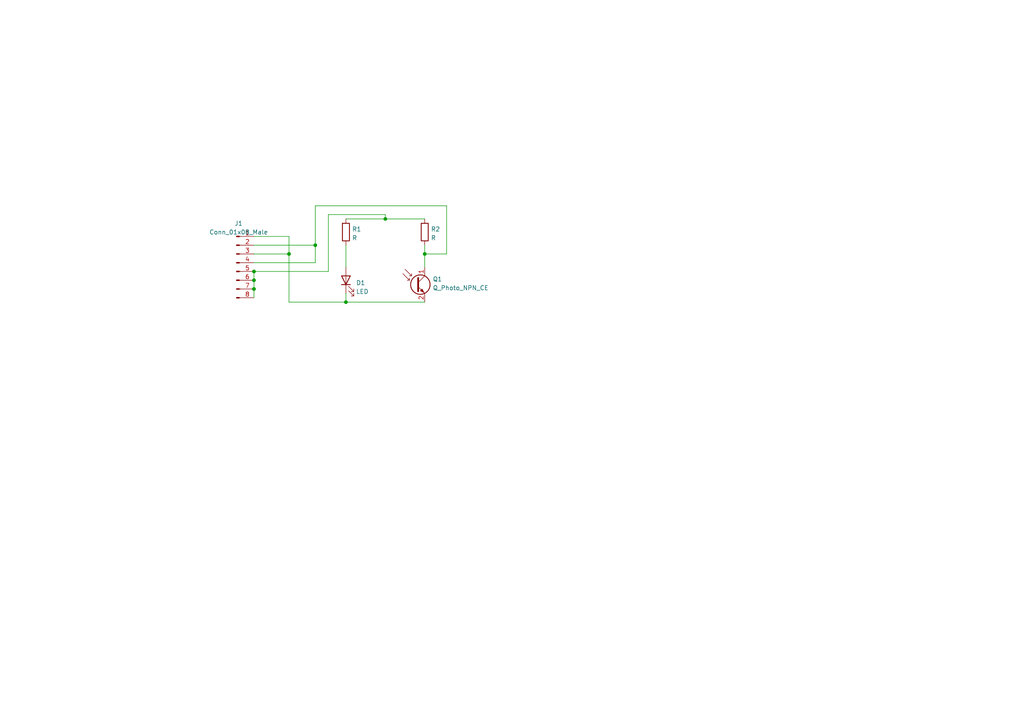
<source format=kicad_sch>
(kicad_sch (version 20211123) (generator eeschema)
  (paper "A4")
  (lib_symbols
    (symbol "Connector:Conn_01x08_Male" (pin_names (offset 1.016) hide)
      (property "Reference" "J" (at 0 10.16 0))
      (property "Value" "Conn_01x08_Male" (at 0 -12.7 0))
      (symbol "Conn_01x08_Male_1_1"
        (polyline (pts (xy 1.27 -10.16) (xy 0.8636 -10.16)) (stroke (width 0.1524)))
        (polyline (pts (xy 1.27 -7.62) (xy 0.8636 -7.62)) (stroke (width 0.1524)))
        (polyline (pts (xy 1.27 -5.08) (xy 0.8636 -5.08)) (stroke (width 0.1524)))
        (polyline (pts (xy 1.27 -2.54) (xy 0.8636 -2.54)) (stroke (width 0.1524)))
        (polyline (pts (xy 1.27 0) (xy 0.8636 0)) (stroke (width 0.1524)))
        (polyline (pts (xy 1.27 2.54) (xy 0.8636 2.54)) (stroke (width 0.1524)))
        (polyline (pts (xy 1.27 5.08) (xy 0.8636 5.08)) (stroke (width 0.1524)))
        (polyline (pts (xy 1.27 7.62) (xy 0.8636 7.62)) (stroke (width 0.1524)))
        (rectangle (start 0.8636 -10.033) (end 0 -10.287) (stroke (width 0.1524)) (fill (type outline)))
        (rectangle (start 0.8636 -7.493) (end 0 -7.747) (stroke (width 0.1524)) (fill (type outline)))
        (rectangle (start 0.8636 -4.953) (end 0 -5.207) (stroke (width 0.1524)) (fill (type outline)))
        (rectangle (start 0.8636 -2.413) (end 0 -2.667) (stroke (width 0.1524)) (fill (type outline)))
        (rectangle (start 0.8636 0.127) (end 0 -0.127) (stroke (width 0.1524)) (fill (type outline)))
        (rectangle (start 0.8636 2.667) (end 0 2.413) (stroke (width 0.1524)) (fill (type outline)))
        (rectangle (start 0.8636 5.207) (end 0 4.953) (stroke (width 0.1524)) (fill (type outline)))
        (rectangle (start 0.8636 7.747) (end 0 7.493) (stroke (width 0.1524)) (fill (type outline)))
        (pin passive line (at 5.08 7.62 180) (length 3.81) (name "Pin_1") (number "1"))
        (pin passive line (at 5.08 5.08 180) (length 3.81) (name "Pin_2") (number "2"))
        (pin passive line (at 5.08 2.54 180) (length 3.81) (name "Pin_3") (number "3"))
        (pin passive line (at 5.08 0 180) (length 3.81) (name "Pin_4") (number "4"))
        (pin passive line (at 5.08 -2.54 180) (length 3.81) (name "Pin_5") (number "5"))
        (pin passive line (at 5.08 -5.08 180) (length 3.81) (name "Pin_6") (number "6"))
        (pin passive line (at 5.08 -7.62 180) (length 3.81) (name "Pin_7") (number "7"))
        (pin passive line (at 5.08 -10.16 180) (length 3.81) (name "Pin_8") (number "8"))
      )
    )
    (symbol "Device:LED" (pin_numbers hide) (pin_names (offset 1.016) hide)
      (property "Reference" "D" (at 0 2.54 0))
      (property "Value" "LED" (at 0 -2.54 0))
      (symbol "LED_0_1"
        (polyline (pts (xy -1.27 -1.27) (xy -1.27 1.27)) (stroke (width 0.254)))
        (polyline (pts (xy -1.27 0) (xy 1.27 0)))
        (polyline (pts (xy 1.27 -1.27) (xy 1.27 1.27) (xy -1.27 0) (xy 1.27 -1.27)) (stroke (width 0.254)))
        (polyline (pts (xy -3.048 -0.762) (xy -4.572 -2.286) (xy -3.81 -2.286) (xy -4.572 -2.286) (xy -4.572 -1.524)))
        (polyline (pts (xy -1.778 -0.762) (xy -3.302 -2.286) (xy -2.54 -2.286) (xy -3.302 -2.286) (xy -3.302 -1.524)))
      )
      (symbol "LED_1_1"
        (pin passive line (at -3.81 0 0) (length 2.54) (name "K") (number "1"))
        (pin passive line (at 3.81 0 180) (length 2.54) (name "A") (number "2"))
      )
    )
    (symbol "Device:Q_Photo_NPN_CE" (pin_names (offset 0) hide)
      (property "Reference" "Q" (at 5.08 1.27 0))
      (property "Value" "Q_Photo_NPN_CE" (at 5.08 -1.27 0))
      (symbol "Q_Photo_NPN_CE_0_1"
        (polyline (pts (xy -1.905 1.27) (xy -2.54 1.27)))
        (polyline (pts (xy -1.27 2.54) (xy -1.905 2.54)))
        (polyline (pts (xy 0.635 0.635) (xy 2.54 2.54)))
        (polyline (pts (xy -3.81 3.175) (xy -1.905 1.27) (xy -1.905 1.905)))
        (polyline (pts (xy -3.175 4.445) (xy -1.27 2.54) (xy -1.27 3.175)))
        (polyline (pts (xy 0.635 -0.635) (xy 2.54 -2.54) (xy 2.54 -2.54)))
        (polyline (pts (xy 0.635 1.905) (xy 0.635 -1.905) (xy 0.635 -1.905)) (stroke (width 0.508)))
        (polyline (pts (xy 1.27 -1.778) (xy 1.778 -1.27) (xy 2.286 -2.286) (xy 1.27 -1.778) (xy 1.27 -1.778)) (fill (type outline)))
        (circle (center 1.27 0) (radius 2.8194) (stroke (width 0.254)))
      )
      (symbol "Q_Photo_NPN_CE_1_1"
        (pin passive line (at 2.54 5.08 270) (length 2.54) (name "C") (number "1"))
        (pin passive line (at 2.54 -5.08 90) (length 2.54) (name "E") (number "2"))
      )
    )
    (symbol "Device:R" (pin_numbers hide) (pin_names (offset 0))
      (property "Reference" "R" (at 2.032 0 90))
      (property "Value" "R" (at 0 0 90))
      (symbol "R_0_1"
        (rectangle (start -1.016 -2.54) (end 1.016 2.54) (stroke (width 0.254)))
      )
      (symbol "R_1_1"
        (pin passive line (at 0 3.81 270) (length 1.27) (name "~") (number "1"))
        (pin passive line (at 0 -3.81 90) (length 1.27) (name "~") (number "2"))
      )
    )
  )
  (junction (at 83.82 73.66))
  (junction (at 73.66 78.74))
  (junction (at 73.66 83.82))
  (junction (at 100.33 87.63))
  (junction (at 123.19 73.66))
  (junction (at 73.66 81.28))
  (junction (at 111.76 63.5))
  (junction (at 91.44 71.12))
  (wire (pts (xy 111.76 63.5) (xy 123.19 63.5)))
  (wire (pts (xy 73.66 68.58) (xy 83.82 68.58)))
  (wire (pts (xy 83.82 68.58) (xy 83.82 73.66)))
  (wire (pts (xy 129.54 73.66) (xy 123.19 73.66)))
  (wire (pts (xy 91.44 76.2) (xy 91.44 71.12)))
  (wire (pts (xy 95.25 62.23) (xy 111.76 62.23)))
  (wire (pts (xy 129.54 59.69) (xy 129.54 73.66)))
  (wire (pts (xy 95.25 78.74) (xy 95.25 62.23)))
  (wire (pts (xy 91.44 71.12) (xy 91.44 59.69)))
  (wire (pts (xy 123.19 71.12) (xy 123.19 73.66)))
  (wire (pts (xy 73.66 78.74) (xy 95.25 78.74)))
  (wire (pts (xy 111.76 62.23) (xy 111.76 63.5)))
  (wire (pts (xy 83.82 73.66) (xy 83.82 87.63)))
  (wire (pts (xy 73.66 81.28) (xy 73.66 83.82)))
  (wire (pts (xy 100.33 87.63) (xy 123.19 87.63)))
  (wire (pts (xy 73.66 83.82) (xy 73.66 86.36)))
  (wire (pts (xy 83.82 87.63) (xy 100.33 87.63)))
  (wire (pts (xy 73.66 73.66) (xy 83.82 73.66)))
  (wire (pts (xy 91.44 59.69) (xy 129.54 59.69)))
  (wire (pts (xy 100.33 85.09) (xy 100.33 87.63)))
  (wire (pts (xy 123.19 73.66) (xy 123.19 77.47)))
  (wire (pts (xy 73.66 71.12) (xy 91.44 71.12)))
  (wire (pts (xy 73.66 78.74) (xy 73.66 81.28)))
  (wire (pts (xy 100.33 71.12) (xy 100.33 77.47)))
  (wire (pts (xy 73.66 76.2) (xy 91.44 76.2)))
  (wire (pts (xy 100.33 63.5) (xy 111.76 63.5)))
  (symbol (lib_id "Connector:Conn_01x08_Male") (at 68.58 76.2 0) (unit 1)
    (property "Reference" "J1" (at 69.215 64.804 0))
    (property "Value" "Conn_01x08_Male" (at 69.215 67.3409 0))
    (property "Footprint" "Optical_Parts:Gateron_Optical_Switch" (effects hide))
  )
  (symbol (lib_id "Device:R") (at 100.33 67.31 0) (unit 1)
    (property "Reference" "R1" (at 102.108 66.4753 0) (effects (justify left)))
    (property "Value" "R" (at 102.108 69.0122 0) (effects (justify left)))
    (property "Footprint" "Resistor_SMD:R_0603_1608Metric" (effects hide))
    (property "JLC" "0603" (effects hide))
    (property "LCSC" "C4190" (effects hide))
  )
  (symbol (lib_id "Device:Q_Photo_NPN_CE") (at 120.65 82.55 0) (unit 1)
    (property "Reference" "Q1" (at 125.5014 80.966 0) (effects (justify left)))
    (property "Value" "Q_Photo_NPN_CE" (at 125.5014 83.5029 0) (effects (justify left)))
    (property "Footprint" "Optical_Parts:Everlight_PT_PT12-21B_TR8" (effects hide))
    (property "JLC" "SMD_1.0x3.0x2.0" (effects hide))
    (property "LCSC" "C264383" (effects hide))
  )
  (symbol (lib_id "Device:LED") (at 100.33 81.28 90) (unit 1)
    (property "Reference" "D1" (at 103.251 82.0328 90) (effects (justify right)))
    (property "Value" "LED" (at 103.251 84.5697 90) (effects (justify right)))
    (property "Footprint" "Optical_Parts:Everlight_IR_IR12-21C_TR8" (effects hide))
    (property "JLC" "SMD_1.0x3.0x2.0" (effects hide))
    (property "LCSC" "C53672" (effects hide))
  )
  (symbol (lib_id "Device:R") (at 123.19 67.31 0) (unit 1)
    (property "Reference" "R2" (at 124.968 66.4753 0) (effects (justify left)))
    (property "Value" "R" (at 124.968 69.0122 0) (effects (justify left)))
    (property "Footprint" "Resistor_SMD:R_0805_2012Metric" (effects hide))
    (property "JLC" "0805" (effects hide))
    (property "LCSC" "C17713" (effects hide))
  )
)
</source>
